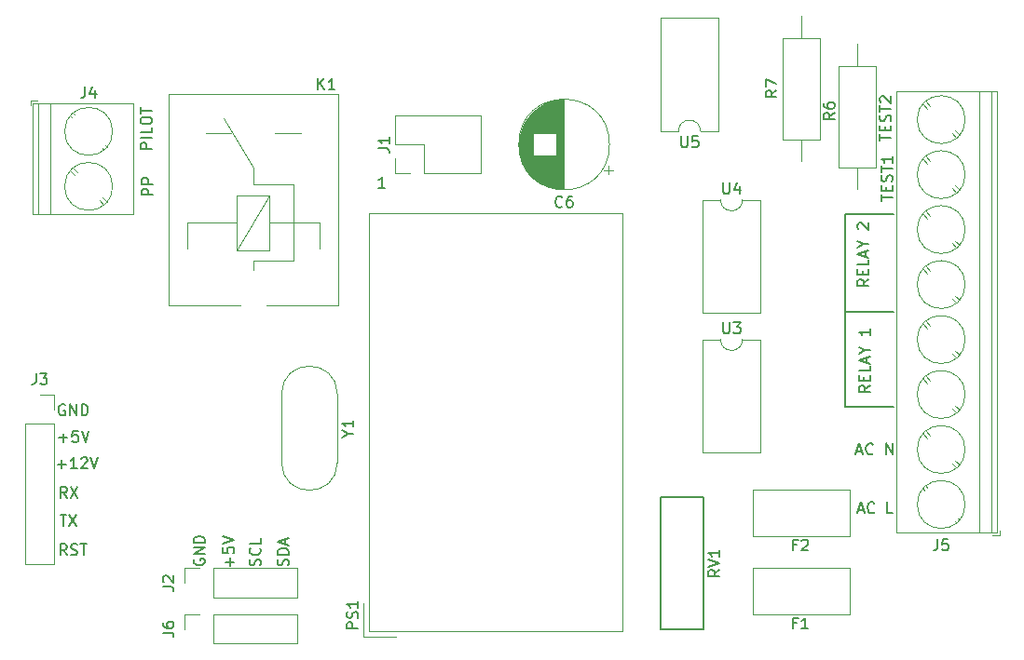
<source format=gbr>
%TF.GenerationSoftware,KiCad,Pcbnew,7.0.1+dfsg-1*%
%TF.CreationDate,2024-08-17T23:40:15+03:00*%
%TF.ProjectId,OpenEVSE_mod,4f70656e-4556-4534-955f-6d6f642e6b69,rev?*%
%TF.SameCoordinates,PX9d5b340PY54e0840*%
%TF.FileFunction,Legend,Top*%
%TF.FilePolarity,Positive*%
%FSLAX46Y46*%
G04 Gerber Fmt 4.6, Leading zero omitted, Abs format (unit mm)*
G04 Created by KiCad (PCBNEW 7.0.1+dfsg-1) date 2024-08-17 23:40:15*
%MOMM*%
%LPD*%
G01*
G04 APERTURE LIST*
%ADD10C,0.150000*%
%ADD11C,0.120000*%
G04 APERTURE END LIST*
D10*
X78352619Y46169239D02*
X78352619Y46740667D01*
X79352619Y46454953D02*
X78352619Y46454953D01*
X78828809Y47074001D02*
X78828809Y47407334D01*
X79352619Y47550191D02*
X79352619Y47074001D01*
X79352619Y47074001D02*
X78352619Y47074001D01*
X78352619Y47074001D02*
X78352619Y47550191D01*
X79305000Y47931144D02*
X79352619Y48074001D01*
X79352619Y48074001D02*
X79352619Y48312096D01*
X79352619Y48312096D02*
X79305000Y48407334D01*
X79305000Y48407334D02*
X79257380Y48454953D01*
X79257380Y48454953D02*
X79162142Y48502572D01*
X79162142Y48502572D02*
X79066904Y48502572D01*
X79066904Y48502572D02*
X78971666Y48454953D01*
X78971666Y48454953D02*
X78924047Y48407334D01*
X78924047Y48407334D02*
X78876428Y48312096D01*
X78876428Y48312096D02*
X78828809Y48121620D01*
X78828809Y48121620D02*
X78781190Y48026382D01*
X78781190Y48026382D02*
X78733571Y47978763D01*
X78733571Y47978763D02*
X78638333Y47931144D01*
X78638333Y47931144D02*
X78543095Y47931144D01*
X78543095Y47931144D02*
X78447857Y47978763D01*
X78447857Y47978763D02*
X78400238Y48026382D01*
X78400238Y48026382D02*
X78352619Y48121620D01*
X78352619Y48121620D02*
X78352619Y48359715D01*
X78352619Y48359715D02*
X78400238Y48502572D01*
X78352619Y48788287D02*
X78352619Y49359715D01*
X79352619Y49074001D02*
X78352619Y49074001D01*
X78447857Y49645430D02*
X78400238Y49693049D01*
X78400238Y49693049D02*
X78352619Y49788287D01*
X78352619Y49788287D02*
X78352619Y50026382D01*
X78352619Y50026382D02*
X78400238Y50121620D01*
X78400238Y50121620D02*
X78447857Y50169239D01*
X78447857Y50169239D02*
X78543095Y50216858D01*
X78543095Y50216858D02*
X78638333Y50216858D01*
X78638333Y50216858D02*
X78781190Y50169239D01*
X78781190Y50169239D02*
X79352619Y49597811D01*
X79352619Y49597811D02*
X79352619Y50216858D01*
X78479619Y40708239D02*
X78479619Y41279667D01*
X79479619Y40993953D02*
X78479619Y40993953D01*
X78955809Y41613001D02*
X78955809Y41946334D01*
X79479619Y42089191D02*
X79479619Y41613001D01*
X79479619Y41613001D02*
X78479619Y41613001D01*
X78479619Y41613001D02*
X78479619Y42089191D01*
X79432000Y42470144D02*
X79479619Y42613001D01*
X79479619Y42613001D02*
X79479619Y42851096D01*
X79479619Y42851096D02*
X79432000Y42946334D01*
X79432000Y42946334D02*
X79384380Y42993953D01*
X79384380Y42993953D02*
X79289142Y43041572D01*
X79289142Y43041572D02*
X79193904Y43041572D01*
X79193904Y43041572D02*
X79098666Y42993953D01*
X79098666Y42993953D02*
X79051047Y42946334D01*
X79051047Y42946334D02*
X79003428Y42851096D01*
X79003428Y42851096D02*
X78955809Y42660620D01*
X78955809Y42660620D02*
X78908190Y42565382D01*
X78908190Y42565382D02*
X78860571Y42517763D01*
X78860571Y42517763D02*
X78765333Y42470144D01*
X78765333Y42470144D02*
X78670095Y42470144D01*
X78670095Y42470144D02*
X78574857Y42517763D01*
X78574857Y42517763D02*
X78527238Y42565382D01*
X78527238Y42565382D02*
X78479619Y42660620D01*
X78479619Y42660620D02*
X78479619Y42898715D01*
X78479619Y42898715D02*
X78527238Y43041572D01*
X78479619Y43327287D02*
X78479619Y43898715D01*
X79479619Y43613001D02*
X78479619Y43613001D01*
X79479619Y44755858D02*
X79479619Y44184430D01*
X79479619Y44470144D02*
X78479619Y44470144D01*
X78479619Y44470144D02*
X78622476Y44374906D01*
X78622476Y44374906D02*
X78717714Y44279668D01*
X78717714Y44279668D02*
X78765333Y44184430D01*
X75157000Y39470000D02*
X79602000Y39470000D01*
X75157000Y30580000D02*
X75157000Y39470000D01*
X75157000Y30580000D02*
X79602000Y30580000D01*
X75157000Y21944000D02*
X75157000Y30580000D01*
X79602000Y21944000D02*
X75157000Y21944000D01*
X77320619Y33548524D02*
X76844428Y33215191D01*
X77320619Y32977096D02*
X76320619Y32977096D01*
X76320619Y32977096D02*
X76320619Y33358048D01*
X76320619Y33358048D02*
X76368238Y33453286D01*
X76368238Y33453286D02*
X76415857Y33500905D01*
X76415857Y33500905D02*
X76511095Y33548524D01*
X76511095Y33548524D02*
X76653952Y33548524D01*
X76653952Y33548524D02*
X76749190Y33500905D01*
X76749190Y33500905D02*
X76796809Y33453286D01*
X76796809Y33453286D02*
X76844428Y33358048D01*
X76844428Y33358048D02*
X76844428Y32977096D01*
X76796809Y33977096D02*
X76796809Y34310429D01*
X77320619Y34453286D02*
X77320619Y33977096D01*
X77320619Y33977096D02*
X76320619Y33977096D01*
X76320619Y33977096D02*
X76320619Y34453286D01*
X77320619Y35358048D02*
X77320619Y34881858D01*
X77320619Y34881858D02*
X76320619Y34881858D01*
X77034904Y35643763D02*
X77034904Y36119953D01*
X77320619Y35548525D02*
X76320619Y35881858D01*
X76320619Y35881858D02*
X77320619Y36215191D01*
X76844428Y36739001D02*
X77320619Y36739001D01*
X76320619Y36405668D02*
X76844428Y36739001D01*
X76844428Y36739001D02*
X76320619Y37072334D01*
X76415857Y38119954D02*
X76368238Y38167573D01*
X76368238Y38167573D02*
X76320619Y38262811D01*
X76320619Y38262811D02*
X76320619Y38500906D01*
X76320619Y38500906D02*
X76368238Y38596144D01*
X76368238Y38596144D02*
X76415857Y38643763D01*
X76415857Y38643763D02*
X76511095Y38691382D01*
X76511095Y38691382D02*
X76606333Y38691382D01*
X76606333Y38691382D02*
X76749190Y38643763D01*
X76749190Y38643763D02*
X77320619Y38072335D01*
X77320619Y38072335D02*
X77320619Y38691382D01*
X77447619Y23896524D02*
X76971428Y23563191D01*
X77447619Y23325096D02*
X76447619Y23325096D01*
X76447619Y23325096D02*
X76447619Y23706048D01*
X76447619Y23706048D02*
X76495238Y23801286D01*
X76495238Y23801286D02*
X76542857Y23848905D01*
X76542857Y23848905D02*
X76638095Y23896524D01*
X76638095Y23896524D02*
X76780952Y23896524D01*
X76780952Y23896524D02*
X76876190Y23848905D01*
X76876190Y23848905D02*
X76923809Y23801286D01*
X76923809Y23801286D02*
X76971428Y23706048D01*
X76971428Y23706048D02*
X76971428Y23325096D01*
X76923809Y24325096D02*
X76923809Y24658429D01*
X77447619Y24801286D02*
X77447619Y24325096D01*
X77447619Y24325096D02*
X76447619Y24325096D01*
X76447619Y24325096D02*
X76447619Y24801286D01*
X77447619Y25706048D02*
X77447619Y25229858D01*
X77447619Y25229858D02*
X76447619Y25229858D01*
X77161904Y25991763D02*
X77161904Y26467953D01*
X77447619Y25896525D02*
X76447619Y26229858D01*
X76447619Y26229858D02*
X77447619Y26563191D01*
X76971428Y27087001D02*
X77447619Y27087001D01*
X76447619Y26753668D02*
X76971428Y27087001D01*
X76971428Y27087001D02*
X76447619Y27420334D01*
X77447619Y29039382D02*
X77447619Y28467954D01*
X77447619Y28753668D02*
X76447619Y28753668D01*
X76447619Y28753668D02*
X76590476Y28658430D01*
X76590476Y28658430D02*
X76685714Y28563192D01*
X76685714Y28563192D02*
X76733333Y28467954D01*
X76236476Y17907096D02*
X76712666Y17907096D01*
X76141238Y17621381D02*
X76474571Y18621381D01*
X76474571Y18621381D02*
X76807904Y17621381D01*
X77712666Y17716620D02*
X77665047Y17669000D01*
X77665047Y17669000D02*
X77522190Y17621381D01*
X77522190Y17621381D02*
X77426952Y17621381D01*
X77426952Y17621381D02*
X77284095Y17669000D01*
X77284095Y17669000D02*
X77188857Y17764239D01*
X77188857Y17764239D02*
X77141238Y17859477D01*
X77141238Y17859477D02*
X77093619Y18049953D01*
X77093619Y18049953D02*
X77093619Y18192810D01*
X77093619Y18192810D02*
X77141238Y18383286D01*
X77141238Y18383286D02*
X77188857Y18478524D01*
X77188857Y18478524D02*
X77284095Y18573762D01*
X77284095Y18573762D02*
X77426952Y18621381D01*
X77426952Y18621381D02*
X77522190Y18621381D01*
X77522190Y18621381D02*
X77665047Y18573762D01*
X77665047Y18573762D02*
X77712666Y18526143D01*
X78903143Y17621381D02*
X78903143Y18621381D01*
X78903143Y18621381D02*
X79474571Y17621381D01*
X79474571Y17621381D02*
X79474571Y18621381D01*
X76363476Y12573096D02*
X76839666Y12573096D01*
X76268238Y12287381D02*
X76601571Y13287381D01*
X76601571Y13287381D02*
X76934904Y12287381D01*
X77839666Y12382620D02*
X77792047Y12335000D01*
X77792047Y12335000D02*
X77649190Y12287381D01*
X77649190Y12287381D02*
X77553952Y12287381D01*
X77553952Y12287381D02*
X77411095Y12335000D01*
X77411095Y12335000D02*
X77315857Y12430239D01*
X77315857Y12430239D02*
X77268238Y12525477D01*
X77268238Y12525477D02*
X77220619Y12715953D01*
X77220619Y12715953D02*
X77220619Y12858810D01*
X77220619Y12858810D02*
X77268238Y13049286D01*
X77268238Y13049286D02*
X77315857Y13144524D01*
X77315857Y13144524D02*
X77411095Y13239762D01*
X77411095Y13239762D02*
X77553952Y13287381D01*
X77553952Y13287381D02*
X77649190Y13287381D01*
X77649190Y13287381D02*
X77792047Y13239762D01*
X77792047Y13239762D02*
X77839666Y13192143D01*
X79506333Y12287381D02*
X79030143Y12287381D01*
X79030143Y12287381D02*
X79030143Y13287381D01*
X33373904Y41878381D02*
X32802476Y41878381D01*
X33088190Y41878381D02*
X33088190Y42878381D01*
X33088190Y42878381D02*
X32992952Y42735524D01*
X32992952Y42735524D02*
X32897714Y42640286D01*
X32897714Y42640286D02*
X32802476Y42592667D01*
X12296619Y41232096D02*
X11296619Y41232096D01*
X11296619Y41232096D02*
X11296619Y41613048D01*
X11296619Y41613048D02*
X11344238Y41708286D01*
X11344238Y41708286D02*
X11391857Y41755905D01*
X11391857Y41755905D02*
X11487095Y41803524D01*
X11487095Y41803524D02*
X11629952Y41803524D01*
X11629952Y41803524D02*
X11725190Y41755905D01*
X11725190Y41755905D02*
X11772809Y41708286D01*
X11772809Y41708286D02*
X11820428Y41613048D01*
X11820428Y41613048D02*
X11820428Y41232096D01*
X12296619Y42232096D02*
X11296619Y42232096D01*
X11296619Y42232096D02*
X11296619Y42613048D01*
X11296619Y42613048D02*
X11344238Y42708286D01*
X11344238Y42708286D02*
X11391857Y42755905D01*
X11391857Y42755905D02*
X11487095Y42803524D01*
X11487095Y42803524D02*
X11629952Y42803524D01*
X11629952Y42803524D02*
X11725190Y42755905D01*
X11725190Y42755905D02*
X11772809Y42708286D01*
X11772809Y42708286D02*
X11820428Y42613048D01*
X11820428Y42613048D02*
X11820428Y42232096D01*
X24568000Y7529477D02*
X24615619Y7672334D01*
X24615619Y7672334D02*
X24615619Y7910429D01*
X24615619Y7910429D02*
X24568000Y8005667D01*
X24568000Y8005667D02*
X24520380Y8053286D01*
X24520380Y8053286D02*
X24425142Y8100905D01*
X24425142Y8100905D02*
X24329904Y8100905D01*
X24329904Y8100905D02*
X24234666Y8053286D01*
X24234666Y8053286D02*
X24187047Y8005667D01*
X24187047Y8005667D02*
X24139428Y7910429D01*
X24139428Y7910429D02*
X24091809Y7719953D01*
X24091809Y7719953D02*
X24044190Y7624715D01*
X24044190Y7624715D02*
X23996571Y7577096D01*
X23996571Y7577096D02*
X23901333Y7529477D01*
X23901333Y7529477D02*
X23806095Y7529477D01*
X23806095Y7529477D02*
X23710857Y7577096D01*
X23710857Y7577096D02*
X23663238Y7624715D01*
X23663238Y7624715D02*
X23615619Y7719953D01*
X23615619Y7719953D02*
X23615619Y7958048D01*
X23615619Y7958048D02*
X23663238Y8100905D01*
X24615619Y8529477D02*
X23615619Y8529477D01*
X23615619Y8529477D02*
X23615619Y8767572D01*
X23615619Y8767572D02*
X23663238Y8910429D01*
X23663238Y8910429D02*
X23758476Y9005667D01*
X23758476Y9005667D02*
X23853714Y9053286D01*
X23853714Y9053286D02*
X24044190Y9100905D01*
X24044190Y9100905D02*
X24187047Y9100905D01*
X24187047Y9100905D02*
X24377523Y9053286D01*
X24377523Y9053286D02*
X24472761Y9005667D01*
X24472761Y9005667D02*
X24568000Y8910429D01*
X24568000Y8910429D02*
X24615619Y8767572D01*
X24615619Y8767572D02*
X24615619Y8529477D01*
X24329904Y9481858D02*
X24329904Y9958048D01*
X24615619Y9386620D02*
X23615619Y9719953D01*
X23615619Y9719953D02*
X24615619Y10053286D01*
X22028000Y7529477D02*
X22075619Y7672334D01*
X22075619Y7672334D02*
X22075619Y7910429D01*
X22075619Y7910429D02*
X22028000Y8005667D01*
X22028000Y8005667D02*
X21980380Y8053286D01*
X21980380Y8053286D02*
X21885142Y8100905D01*
X21885142Y8100905D02*
X21789904Y8100905D01*
X21789904Y8100905D02*
X21694666Y8053286D01*
X21694666Y8053286D02*
X21647047Y8005667D01*
X21647047Y8005667D02*
X21599428Y7910429D01*
X21599428Y7910429D02*
X21551809Y7719953D01*
X21551809Y7719953D02*
X21504190Y7624715D01*
X21504190Y7624715D02*
X21456571Y7577096D01*
X21456571Y7577096D02*
X21361333Y7529477D01*
X21361333Y7529477D02*
X21266095Y7529477D01*
X21266095Y7529477D02*
X21170857Y7577096D01*
X21170857Y7577096D02*
X21123238Y7624715D01*
X21123238Y7624715D02*
X21075619Y7719953D01*
X21075619Y7719953D02*
X21075619Y7958048D01*
X21075619Y7958048D02*
X21123238Y8100905D01*
X21980380Y9100905D02*
X22028000Y9053286D01*
X22028000Y9053286D02*
X22075619Y8910429D01*
X22075619Y8910429D02*
X22075619Y8815191D01*
X22075619Y8815191D02*
X22028000Y8672334D01*
X22028000Y8672334D02*
X21932761Y8577096D01*
X21932761Y8577096D02*
X21837523Y8529477D01*
X21837523Y8529477D02*
X21647047Y8481858D01*
X21647047Y8481858D02*
X21504190Y8481858D01*
X21504190Y8481858D02*
X21313714Y8529477D01*
X21313714Y8529477D02*
X21218476Y8577096D01*
X21218476Y8577096D02*
X21123238Y8672334D01*
X21123238Y8672334D02*
X21075619Y8815191D01*
X21075619Y8815191D02*
X21075619Y8910429D01*
X21075619Y8910429D02*
X21123238Y9053286D01*
X21123238Y9053286D02*
X21170857Y9100905D01*
X22075619Y10005667D02*
X22075619Y9529477D01*
X22075619Y9529477D02*
X21075619Y9529477D01*
X19281666Y7450096D02*
X19281666Y8212000D01*
X19662619Y7831048D02*
X18900714Y7831048D01*
X18662619Y9164381D02*
X18662619Y8688191D01*
X18662619Y8688191D02*
X19138809Y8640572D01*
X19138809Y8640572D02*
X19091190Y8688191D01*
X19091190Y8688191D02*
X19043571Y8783429D01*
X19043571Y8783429D02*
X19043571Y9021524D01*
X19043571Y9021524D02*
X19091190Y9116762D01*
X19091190Y9116762D02*
X19138809Y9164381D01*
X19138809Y9164381D02*
X19234047Y9212000D01*
X19234047Y9212000D02*
X19472142Y9212000D01*
X19472142Y9212000D02*
X19567380Y9164381D01*
X19567380Y9164381D02*
X19615000Y9116762D01*
X19615000Y9116762D02*
X19662619Y9021524D01*
X19662619Y9021524D02*
X19662619Y8783429D01*
X19662619Y8783429D02*
X19615000Y8688191D01*
X19615000Y8688191D02*
X19567380Y8640572D01*
X18662619Y9497715D02*
X19662619Y9831048D01*
X19662619Y9831048D02*
X18662619Y10164381D01*
X16043238Y8100905D02*
X15995619Y8005667D01*
X15995619Y8005667D02*
X15995619Y7862810D01*
X15995619Y7862810D02*
X16043238Y7719953D01*
X16043238Y7719953D02*
X16138476Y7624715D01*
X16138476Y7624715D02*
X16233714Y7577096D01*
X16233714Y7577096D02*
X16424190Y7529477D01*
X16424190Y7529477D02*
X16567047Y7529477D01*
X16567047Y7529477D02*
X16757523Y7577096D01*
X16757523Y7577096D02*
X16852761Y7624715D01*
X16852761Y7624715D02*
X16948000Y7719953D01*
X16948000Y7719953D02*
X16995619Y7862810D01*
X16995619Y7862810D02*
X16995619Y7958048D01*
X16995619Y7958048D02*
X16948000Y8100905D01*
X16948000Y8100905D02*
X16900380Y8148524D01*
X16900380Y8148524D02*
X16567047Y8148524D01*
X16567047Y8148524D02*
X16567047Y7958048D01*
X16995619Y8577096D02*
X15995619Y8577096D01*
X15995619Y8577096D02*
X16995619Y9148524D01*
X16995619Y9148524D02*
X15995619Y9148524D01*
X16995619Y9624715D02*
X15995619Y9624715D01*
X15995619Y9624715D02*
X15995619Y9862810D01*
X15995619Y9862810D02*
X16043238Y10005667D01*
X16043238Y10005667D02*
X16138476Y10100905D01*
X16138476Y10100905D02*
X16233714Y10148524D01*
X16233714Y10148524D02*
X16424190Y10196143D01*
X16424190Y10196143D02*
X16567047Y10196143D01*
X16567047Y10196143D02*
X16757523Y10148524D01*
X16757523Y10148524D02*
X16852761Y10100905D01*
X16852761Y10100905D02*
X16948000Y10005667D01*
X16948000Y10005667D02*
X16995619Y9862810D01*
X16995619Y9862810D02*
X16995619Y9624715D01*
X12169619Y45423096D02*
X11169619Y45423096D01*
X11169619Y45423096D02*
X11169619Y45804048D01*
X11169619Y45804048D02*
X11217238Y45899286D01*
X11217238Y45899286D02*
X11264857Y45946905D01*
X11264857Y45946905D02*
X11360095Y45994524D01*
X11360095Y45994524D02*
X11502952Y45994524D01*
X11502952Y45994524D02*
X11598190Y45946905D01*
X11598190Y45946905D02*
X11645809Y45899286D01*
X11645809Y45899286D02*
X11693428Y45804048D01*
X11693428Y45804048D02*
X11693428Y45423096D01*
X12169619Y46423096D02*
X11169619Y46423096D01*
X12169619Y47375476D02*
X12169619Y46899286D01*
X12169619Y46899286D02*
X11169619Y46899286D01*
X11169619Y47899286D02*
X11169619Y48089762D01*
X11169619Y48089762D02*
X11217238Y48185000D01*
X11217238Y48185000D02*
X11312476Y48280238D01*
X11312476Y48280238D02*
X11502952Y48327857D01*
X11502952Y48327857D02*
X11836285Y48327857D01*
X11836285Y48327857D02*
X12026761Y48280238D01*
X12026761Y48280238D02*
X12122000Y48185000D01*
X12122000Y48185000D02*
X12169619Y48089762D01*
X12169619Y48089762D02*
X12169619Y47899286D01*
X12169619Y47899286D02*
X12122000Y47804048D01*
X12122000Y47804048D02*
X12026761Y47708810D01*
X12026761Y47708810D02*
X11836285Y47661191D01*
X11836285Y47661191D02*
X11502952Y47661191D01*
X11502952Y47661191D02*
X11312476Y47708810D01*
X11312476Y47708810D02*
X11217238Y47804048D01*
X11217238Y47804048D02*
X11169619Y47899286D01*
X11169619Y48613572D02*
X11169619Y49185000D01*
X12169619Y48899286D02*
X11169619Y48899286D01*
X4465523Y8477381D02*
X4132190Y8953572D01*
X3894095Y8477381D02*
X3894095Y9477381D01*
X3894095Y9477381D02*
X4275047Y9477381D01*
X4275047Y9477381D02*
X4370285Y9429762D01*
X4370285Y9429762D02*
X4417904Y9382143D01*
X4417904Y9382143D02*
X4465523Y9286905D01*
X4465523Y9286905D02*
X4465523Y9144048D01*
X4465523Y9144048D02*
X4417904Y9048810D01*
X4417904Y9048810D02*
X4370285Y9001191D01*
X4370285Y9001191D02*
X4275047Y8953572D01*
X4275047Y8953572D02*
X3894095Y8953572D01*
X4846476Y8525000D02*
X4989333Y8477381D01*
X4989333Y8477381D02*
X5227428Y8477381D01*
X5227428Y8477381D02*
X5322666Y8525000D01*
X5322666Y8525000D02*
X5370285Y8572620D01*
X5370285Y8572620D02*
X5417904Y8667858D01*
X5417904Y8667858D02*
X5417904Y8763096D01*
X5417904Y8763096D02*
X5370285Y8858334D01*
X5370285Y8858334D02*
X5322666Y8905953D01*
X5322666Y8905953D02*
X5227428Y8953572D01*
X5227428Y8953572D02*
X5036952Y9001191D01*
X5036952Y9001191D02*
X4941714Y9048810D01*
X4941714Y9048810D02*
X4894095Y9096429D01*
X4894095Y9096429D02*
X4846476Y9191667D01*
X4846476Y9191667D02*
X4846476Y9286905D01*
X4846476Y9286905D02*
X4894095Y9382143D01*
X4894095Y9382143D02*
X4941714Y9429762D01*
X4941714Y9429762D02*
X5036952Y9477381D01*
X5036952Y9477381D02*
X5275047Y9477381D01*
X5275047Y9477381D02*
X5417904Y9429762D01*
X5703619Y9477381D02*
X6275047Y9477381D01*
X5989333Y8477381D02*
X5989333Y9477381D01*
X3878238Y12144381D02*
X4449666Y12144381D01*
X4163952Y11144381D02*
X4163952Y12144381D01*
X4687762Y12144381D02*
X5354428Y11144381D01*
X5354428Y12144381D02*
X4687762Y11144381D01*
X4465523Y13684381D02*
X4132190Y14160572D01*
X3894095Y13684381D02*
X3894095Y14684381D01*
X3894095Y14684381D02*
X4275047Y14684381D01*
X4275047Y14684381D02*
X4370285Y14636762D01*
X4370285Y14636762D02*
X4417904Y14589143D01*
X4417904Y14589143D02*
X4465523Y14493905D01*
X4465523Y14493905D02*
X4465523Y14351048D01*
X4465523Y14351048D02*
X4417904Y14255810D01*
X4417904Y14255810D02*
X4370285Y14208191D01*
X4370285Y14208191D02*
X4275047Y14160572D01*
X4275047Y14160572D02*
X3894095Y14160572D01*
X4798857Y14684381D02*
X5465523Y13684381D01*
X5465523Y14684381D02*
X4798857Y13684381D01*
X3640095Y16732334D02*
X4402000Y16732334D01*
X4021047Y16351381D02*
X4021047Y17113286D01*
X5401999Y16351381D02*
X4830571Y16351381D01*
X5116285Y16351381D02*
X5116285Y17351381D01*
X5116285Y17351381D02*
X5021047Y17208524D01*
X5021047Y17208524D02*
X4925809Y17113286D01*
X4925809Y17113286D02*
X4830571Y17065667D01*
X5782952Y17256143D02*
X5830571Y17303762D01*
X5830571Y17303762D02*
X5925809Y17351381D01*
X5925809Y17351381D02*
X6163904Y17351381D01*
X6163904Y17351381D02*
X6259142Y17303762D01*
X6259142Y17303762D02*
X6306761Y17256143D01*
X6306761Y17256143D02*
X6354380Y17160905D01*
X6354380Y17160905D02*
X6354380Y17065667D01*
X6354380Y17065667D02*
X6306761Y16922810D01*
X6306761Y16922810D02*
X5735333Y16351381D01*
X5735333Y16351381D02*
X6354380Y16351381D01*
X6640095Y17351381D02*
X6973428Y16351381D01*
X6973428Y16351381D02*
X7306761Y17351381D01*
X3767095Y19145334D02*
X4529000Y19145334D01*
X4148047Y18764381D02*
X4148047Y19526286D01*
X5481380Y19764381D02*
X5005190Y19764381D01*
X5005190Y19764381D02*
X4957571Y19288191D01*
X4957571Y19288191D02*
X5005190Y19335810D01*
X5005190Y19335810D02*
X5100428Y19383429D01*
X5100428Y19383429D02*
X5338523Y19383429D01*
X5338523Y19383429D02*
X5433761Y19335810D01*
X5433761Y19335810D02*
X5481380Y19288191D01*
X5481380Y19288191D02*
X5528999Y19192953D01*
X5528999Y19192953D02*
X5528999Y18954858D01*
X5528999Y18954858D02*
X5481380Y18859620D01*
X5481380Y18859620D02*
X5433761Y18812000D01*
X5433761Y18812000D02*
X5338523Y18764381D01*
X5338523Y18764381D02*
X5100428Y18764381D01*
X5100428Y18764381D02*
X5005190Y18812000D01*
X5005190Y18812000D02*
X4957571Y18859620D01*
X5814714Y19764381D02*
X6148047Y18764381D01*
X6148047Y18764381D02*
X6481380Y19764381D01*
X4290904Y22129762D02*
X4195666Y22177381D01*
X4195666Y22177381D02*
X4052809Y22177381D01*
X4052809Y22177381D02*
X3909952Y22129762D01*
X3909952Y22129762D02*
X3814714Y22034524D01*
X3814714Y22034524D02*
X3767095Y21939286D01*
X3767095Y21939286D02*
X3719476Y21748810D01*
X3719476Y21748810D02*
X3719476Y21605953D01*
X3719476Y21605953D02*
X3767095Y21415477D01*
X3767095Y21415477D02*
X3814714Y21320239D01*
X3814714Y21320239D02*
X3909952Y21225000D01*
X3909952Y21225000D02*
X4052809Y21177381D01*
X4052809Y21177381D02*
X4148047Y21177381D01*
X4148047Y21177381D02*
X4290904Y21225000D01*
X4290904Y21225000D02*
X4338523Y21272620D01*
X4338523Y21272620D02*
X4338523Y21605953D01*
X4338523Y21605953D02*
X4148047Y21605953D01*
X4767095Y21177381D02*
X4767095Y22177381D01*
X4767095Y22177381D02*
X5338523Y21177381D01*
X5338523Y21177381D02*
X5338523Y22177381D01*
X5814714Y21177381D02*
X5814714Y22177381D01*
X5814714Y22177381D02*
X6052809Y22177381D01*
X6052809Y22177381D02*
X6195666Y22129762D01*
X6195666Y22129762D02*
X6290904Y22034524D01*
X6290904Y22034524D02*
X6338523Y21939286D01*
X6338523Y21939286D02*
X6386142Y21748810D01*
X6386142Y21748810D02*
X6386142Y21605953D01*
X6386142Y21605953D02*
X6338523Y21415477D01*
X6338523Y21415477D02*
X6290904Y21320239D01*
X6290904Y21320239D02*
X6195666Y21225000D01*
X6195666Y21225000D02*
X6052809Y21177381D01*
X6052809Y21177381D02*
X5814714Y21177381D01*
%TO.C,J6*%
X13175619Y1417667D02*
X13889904Y1417667D01*
X13889904Y1417667D02*
X14032761Y1370048D01*
X14032761Y1370048D02*
X14128000Y1274810D01*
X14128000Y1274810D02*
X14175619Y1131953D01*
X14175619Y1131953D02*
X14175619Y1036715D01*
X13175619Y2322429D02*
X13175619Y2131953D01*
X13175619Y2131953D02*
X13223238Y2036715D01*
X13223238Y2036715D02*
X13270857Y1989096D01*
X13270857Y1989096D02*
X13413714Y1893858D01*
X13413714Y1893858D02*
X13604190Y1846239D01*
X13604190Y1846239D02*
X13985142Y1846239D01*
X13985142Y1846239D02*
X14080380Y1893858D01*
X14080380Y1893858D02*
X14128000Y1941477D01*
X14128000Y1941477D02*
X14175619Y2036715D01*
X14175619Y2036715D02*
X14175619Y2227191D01*
X14175619Y2227191D02*
X14128000Y2322429D01*
X14128000Y2322429D02*
X14080380Y2370048D01*
X14080380Y2370048D02*
X13985142Y2417667D01*
X13985142Y2417667D02*
X13747047Y2417667D01*
X13747047Y2417667D02*
X13651809Y2370048D01*
X13651809Y2370048D02*
X13604190Y2322429D01*
X13604190Y2322429D02*
X13556571Y2227191D01*
X13556571Y2227191D02*
X13556571Y2036715D01*
X13556571Y2036715D02*
X13604190Y1941477D01*
X13604190Y1941477D02*
X13651809Y1893858D01*
X13651809Y1893858D02*
X13747047Y1846239D01*
%TO.C,Y1*%
X30027428Y19535810D02*
X30503619Y19535810D01*
X29503619Y19202477D02*
X30027428Y19535810D01*
X30027428Y19535810D02*
X29503619Y19869143D01*
X30503619Y20726286D02*
X30503619Y20154858D01*
X30503619Y20440572D02*
X29503619Y20440572D01*
X29503619Y20440572D02*
X29646476Y20345334D01*
X29646476Y20345334D02*
X29741714Y20250096D01*
X29741714Y20250096D02*
X29789333Y20154858D01*
%TO.C,J4*%
X6116666Y51056381D02*
X6116666Y50342096D01*
X6116666Y50342096D02*
X6069047Y50199239D01*
X6069047Y50199239D02*
X5973809Y50104000D01*
X5973809Y50104000D02*
X5830952Y50056381D01*
X5830952Y50056381D02*
X5735714Y50056381D01*
X7021428Y50723048D02*
X7021428Y50056381D01*
X6783333Y51104000D02*
X6545238Y50389715D01*
X6545238Y50389715D02*
X7164285Y50389715D01*
%TO.C,U5*%
X60288095Y46567381D02*
X60288095Y45757858D01*
X60288095Y45757858D02*
X60335714Y45662620D01*
X60335714Y45662620D02*
X60383333Y45615000D01*
X60383333Y45615000D02*
X60478571Y45567381D01*
X60478571Y45567381D02*
X60669047Y45567381D01*
X60669047Y45567381D02*
X60764285Y45615000D01*
X60764285Y45615000D02*
X60811904Y45662620D01*
X60811904Y45662620D02*
X60859523Y45757858D01*
X60859523Y45757858D02*
X60859523Y46567381D01*
X61811904Y46567381D02*
X61335714Y46567381D01*
X61335714Y46567381D02*
X61288095Y46091191D01*
X61288095Y46091191D02*
X61335714Y46138810D01*
X61335714Y46138810D02*
X61430952Y46186429D01*
X61430952Y46186429D02*
X61669047Y46186429D01*
X61669047Y46186429D02*
X61764285Y46138810D01*
X61764285Y46138810D02*
X61811904Y46091191D01*
X61811904Y46091191D02*
X61859523Y45995953D01*
X61859523Y45995953D02*
X61859523Y45757858D01*
X61859523Y45757858D02*
X61811904Y45662620D01*
X61811904Y45662620D02*
X61764285Y45615000D01*
X61764285Y45615000D02*
X61669047Y45567381D01*
X61669047Y45567381D02*
X61430952Y45567381D01*
X61430952Y45567381D02*
X61335714Y45615000D01*
X61335714Y45615000D02*
X61288095Y45662620D01*
%TO.C,U4*%
X64108095Y42327381D02*
X64108095Y41517858D01*
X64108095Y41517858D02*
X64155714Y41422620D01*
X64155714Y41422620D02*
X64203333Y41375000D01*
X64203333Y41375000D02*
X64298571Y41327381D01*
X64298571Y41327381D02*
X64489047Y41327381D01*
X64489047Y41327381D02*
X64584285Y41375000D01*
X64584285Y41375000D02*
X64631904Y41422620D01*
X64631904Y41422620D02*
X64679523Y41517858D01*
X64679523Y41517858D02*
X64679523Y42327381D01*
X65584285Y41994048D02*
X65584285Y41327381D01*
X65346190Y42375000D02*
X65108095Y41660715D01*
X65108095Y41660715D02*
X65727142Y41660715D01*
%TO.C,U3*%
X64108095Y29627381D02*
X64108095Y28817858D01*
X64108095Y28817858D02*
X64155714Y28722620D01*
X64155714Y28722620D02*
X64203333Y28675000D01*
X64203333Y28675000D02*
X64298571Y28627381D01*
X64298571Y28627381D02*
X64489047Y28627381D01*
X64489047Y28627381D02*
X64584285Y28675000D01*
X64584285Y28675000D02*
X64631904Y28722620D01*
X64631904Y28722620D02*
X64679523Y28817858D01*
X64679523Y28817858D02*
X64679523Y29627381D01*
X65060476Y29627381D02*
X65679523Y29627381D01*
X65679523Y29627381D02*
X65346190Y29246429D01*
X65346190Y29246429D02*
X65489047Y29246429D01*
X65489047Y29246429D02*
X65584285Y29198810D01*
X65584285Y29198810D02*
X65631904Y29151191D01*
X65631904Y29151191D02*
X65679523Y29055953D01*
X65679523Y29055953D02*
X65679523Y28817858D01*
X65679523Y28817858D02*
X65631904Y28722620D01*
X65631904Y28722620D02*
X65584285Y28675000D01*
X65584285Y28675000D02*
X65489047Y28627381D01*
X65489047Y28627381D02*
X65203333Y28627381D01*
X65203333Y28627381D02*
X65108095Y28675000D01*
X65108095Y28675000D02*
X65060476Y28722620D01*
%TO.C,RV1*%
X63772619Y7124762D02*
X63296428Y6791429D01*
X63772619Y6553334D02*
X62772619Y6553334D01*
X62772619Y6553334D02*
X62772619Y6934286D01*
X62772619Y6934286D02*
X62820238Y7029524D01*
X62820238Y7029524D02*
X62867857Y7077143D01*
X62867857Y7077143D02*
X62963095Y7124762D01*
X62963095Y7124762D02*
X63105952Y7124762D01*
X63105952Y7124762D02*
X63201190Y7077143D01*
X63201190Y7077143D02*
X63248809Y7029524D01*
X63248809Y7029524D02*
X63296428Y6934286D01*
X63296428Y6934286D02*
X63296428Y6553334D01*
X62772619Y7410477D02*
X63772619Y7743810D01*
X63772619Y7743810D02*
X62772619Y8077143D01*
X63772619Y8934286D02*
X63772619Y8362858D01*
X63772619Y8648572D02*
X62772619Y8648572D01*
X62772619Y8648572D02*
X62915476Y8553334D01*
X62915476Y8553334D02*
X63010714Y8458096D01*
X63010714Y8458096D02*
X63058333Y8362858D01*
%TO.C,R7*%
X68962619Y50733334D02*
X68486428Y50400001D01*
X68962619Y50161906D02*
X67962619Y50161906D01*
X67962619Y50161906D02*
X67962619Y50542858D01*
X67962619Y50542858D02*
X68010238Y50638096D01*
X68010238Y50638096D02*
X68057857Y50685715D01*
X68057857Y50685715D02*
X68153095Y50733334D01*
X68153095Y50733334D02*
X68295952Y50733334D01*
X68295952Y50733334D02*
X68391190Y50685715D01*
X68391190Y50685715D02*
X68438809Y50638096D01*
X68438809Y50638096D02*
X68486428Y50542858D01*
X68486428Y50542858D02*
X68486428Y50161906D01*
X67962619Y51066668D02*
X67962619Y51733334D01*
X67962619Y51733334D02*
X68962619Y51304763D01*
%TO.C,R6*%
X74222619Y48701334D02*
X73746428Y48368001D01*
X74222619Y48129906D02*
X73222619Y48129906D01*
X73222619Y48129906D02*
X73222619Y48510858D01*
X73222619Y48510858D02*
X73270238Y48606096D01*
X73270238Y48606096D02*
X73317857Y48653715D01*
X73317857Y48653715D02*
X73413095Y48701334D01*
X73413095Y48701334D02*
X73555952Y48701334D01*
X73555952Y48701334D02*
X73651190Y48653715D01*
X73651190Y48653715D02*
X73698809Y48606096D01*
X73698809Y48606096D02*
X73746428Y48510858D01*
X73746428Y48510858D02*
X73746428Y48129906D01*
X73222619Y49558477D02*
X73222619Y49368001D01*
X73222619Y49368001D02*
X73270238Y49272763D01*
X73270238Y49272763D02*
X73317857Y49225144D01*
X73317857Y49225144D02*
X73460714Y49129906D01*
X73460714Y49129906D02*
X73651190Y49082287D01*
X73651190Y49082287D02*
X74032142Y49082287D01*
X74032142Y49082287D02*
X74127380Y49129906D01*
X74127380Y49129906D02*
X74175000Y49177525D01*
X74175000Y49177525D02*
X74222619Y49272763D01*
X74222619Y49272763D02*
X74222619Y49463239D01*
X74222619Y49463239D02*
X74175000Y49558477D01*
X74175000Y49558477D02*
X74127380Y49606096D01*
X74127380Y49606096D02*
X74032142Y49653715D01*
X74032142Y49653715D02*
X73794047Y49653715D01*
X73794047Y49653715D02*
X73698809Y49606096D01*
X73698809Y49606096D02*
X73651190Y49558477D01*
X73651190Y49558477D02*
X73603571Y49463239D01*
X73603571Y49463239D02*
X73603571Y49272763D01*
X73603571Y49272763D02*
X73651190Y49177525D01*
X73651190Y49177525D02*
X73698809Y49129906D01*
X73698809Y49129906D02*
X73794047Y49082287D01*
%TO.C,PS1*%
X30915619Y1806715D02*
X29915619Y1806715D01*
X29915619Y1806715D02*
X29915619Y2187667D01*
X29915619Y2187667D02*
X29963238Y2282905D01*
X29963238Y2282905D02*
X30010857Y2330524D01*
X30010857Y2330524D02*
X30106095Y2378143D01*
X30106095Y2378143D02*
X30248952Y2378143D01*
X30248952Y2378143D02*
X30344190Y2330524D01*
X30344190Y2330524D02*
X30391809Y2282905D01*
X30391809Y2282905D02*
X30439428Y2187667D01*
X30439428Y2187667D02*
X30439428Y1806715D01*
X30868000Y2759096D02*
X30915619Y2901953D01*
X30915619Y2901953D02*
X30915619Y3140048D01*
X30915619Y3140048D02*
X30868000Y3235286D01*
X30868000Y3235286D02*
X30820380Y3282905D01*
X30820380Y3282905D02*
X30725142Y3330524D01*
X30725142Y3330524D02*
X30629904Y3330524D01*
X30629904Y3330524D02*
X30534666Y3282905D01*
X30534666Y3282905D02*
X30487047Y3235286D01*
X30487047Y3235286D02*
X30439428Y3140048D01*
X30439428Y3140048D02*
X30391809Y2949572D01*
X30391809Y2949572D02*
X30344190Y2854334D01*
X30344190Y2854334D02*
X30296571Y2806715D01*
X30296571Y2806715D02*
X30201333Y2759096D01*
X30201333Y2759096D02*
X30106095Y2759096D01*
X30106095Y2759096D02*
X30010857Y2806715D01*
X30010857Y2806715D02*
X29963238Y2854334D01*
X29963238Y2854334D02*
X29915619Y2949572D01*
X29915619Y2949572D02*
X29915619Y3187667D01*
X29915619Y3187667D02*
X29963238Y3330524D01*
X30915619Y4282905D02*
X30915619Y3711477D01*
X30915619Y3997191D02*
X29915619Y3997191D01*
X29915619Y3997191D02*
X30058476Y3901953D01*
X30058476Y3901953D02*
X30153714Y3806715D01*
X30153714Y3806715D02*
X30201333Y3711477D01*
%TO.C,K1*%
X27301905Y50818381D02*
X27301905Y51818381D01*
X27873333Y50818381D02*
X27444762Y51389810D01*
X27873333Y51818381D02*
X27301905Y51246953D01*
X28825714Y50818381D02*
X28254286Y50818381D01*
X28540000Y50818381D02*
X28540000Y51818381D01*
X28540000Y51818381D02*
X28444762Y51675524D01*
X28444762Y51675524D02*
X28349524Y51580286D01*
X28349524Y51580286D02*
X28254286Y51532667D01*
%TO.C,J5*%
X83586666Y9908381D02*
X83586666Y9194096D01*
X83586666Y9194096D02*
X83539047Y9051239D01*
X83539047Y9051239D02*
X83443809Y8956000D01*
X83443809Y8956000D02*
X83300952Y8908381D01*
X83300952Y8908381D02*
X83205714Y8908381D01*
X84539047Y9908381D02*
X84062857Y9908381D01*
X84062857Y9908381D02*
X84015238Y9432191D01*
X84015238Y9432191D02*
X84062857Y9479810D01*
X84062857Y9479810D02*
X84158095Y9527429D01*
X84158095Y9527429D02*
X84396190Y9527429D01*
X84396190Y9527429D02*
X84491428Y9479810D01*
X84491428Y9479810D02*
X84539047Y9432191D01*
X84539047Y9432191D02*
X84586666Y9336953D01*
X84586666Y9336953D02*
X84586666Y9098858D01*
X84586666Y9098858D02*
X84539047Y9003620D01*
X84539047Y9003620D02*
X84491428Y8956000D01*
X84491428Y8956000D02*
X84396190Y8908381D01*
X84396190Y8908381D02*
X84158095Y8908381D01*
X84158095Y8908381D02*
X84062857Y8956000D01*
X84062857Y8956000D02*
X84015238Y9003620D01*
%TO.C,J3*%
X1671666Y24997381D02*
X1671666Y24283096D01*
X1671666Y24283096D02*
X1624047Y24140239D01*
X1624047Y24140239D02*
X1528809Y24045000D01*
X1528809Y24045000D02*
X1385952Y23997381D01*
X1385952Y23997381D02*
X1290714Y23997381D01*
X2052619Y24997381D02*
X2671666Y24997381D01*
X2671666Y24997381D02*
X2338333Y24616429D01*
X2338333Y24616429D02*
X2481190Y24616429D01*
X2481190Y24616429D02*
X2576428Y24568810D01*
X2576428Y24568810D02*
X2624047Y24521191D01*
X2624047Y24521191D02*
X2671666Y24425953D01*
X2671666Y24425953D02*
X2671666Y24187858D01*
X2671666Y24187858D02*
X2624047Y24092620D01*
X2624047Y24092620D02*
X2576428Y24045000D01*
X2576428Y24045000D02*
X2481190Y23997381D01*
X2481190Y23997381D02*
X2195476Y23997381D01*
X2195476Y23997381D02*
X2100238Y24045000D01*
X2100238Y24045000D02*
X2052619Y24092620D01*
%TO.C,J2*%
X13175619Y5608667D02*
X13889904Y5608667D01*
X13889904Y5608667D02*
X14032761Y5561048D01*
X14032761Y5561048D02*
X14128000Y5465810D01*
X14128000Y5465810D02*
X14175619Y5322953D01*
X14175619Y5322953D02*
X14175619Y5227715D01*
X13270857Y6037239D02*
X13223238Y6084858D01*
X13223238Y6084858D02*
X13175619Y6180096D01*
X13175619Y6180096D02*
X13175619Y6418191D01*
X13175619Y6418191D02*
X13223238Y6513429D01*
X13223238Y6513429D02*
X13270857Y6561048D01*
X13270857Y6561048D02*
X13366095Y6608667D01*
X13366095Y6608667D02*
X13461333Y6608667D01*
X13461333Y6608667D02*
X13604190Y6561048D01*
X13604190Y6561048D02*
X14175619Y5989620D01*
X14175619Y5989620D02*
X14175619Y6608667D01*
%TO.C,J1*%
X32792619Y45486667D02*
X33506904Y45486667D01*
X33506904Y45486667D02*
X33649761Y45439048D01*
X33649761Y45439048D02*
X33745000Y45343810D01*
X33745000Y45343810D02*
X33792619Y45200953D01*
X33792619Y45200953D02*
X33792619Y45105715D01*
X33792619Y46486667D02*
X33792619Y45915239D01*
X33792619Y46200953D02*
X32792619Y46200953D01*
X32792619Y46200953D02*
X32935476Y46105715D01*
X32935476Y46105715D02*
X33030714Y46010477D01*
X33030714Y46010477D02*
X33078333Y45915239D01*
%TO.C,F2*%
X70776666Y9403191D02*
X70443333Y9403191D01*
X70443333Y8879381D02*
X70443333Y9879381D01*
X70443333Y9879381D02*
X70919523Y9879381D01*
X71252857Y9784143D02*
X71300476Y9831762D01*
X71300476Y9831762D02*
X71395714Y9879381D01*
X71395714Y9879381D02*
X71633809Y9879381D01*
X71633809Y9879381D02*
X71729047Y9831762D01*
X71729047Y9831762D02*
X71776666Y9784143D01*
X71776666Y9784143D02*
X71824285Y9688905D01*
X71824285Y9688905D02*
X71824285Y9593667D01*
X71824285Y9593667D02*
X71776666Y9450810D01*
X71776666Y9450810D02*
X71205238Y8879381D01*
X71205238Y8879381D02*
X71824285Y8879381D01*
%TO.C,F1*%
X70776666Y2291191D02*
X70443333Y2291191D01*
X70443333Y1767381D02*
X70443333Y2767381D01*
X70443333Y2767381D02*
X70919523Y2767381D01*
X71824285Y1767381D02*
X71252857Y1767381D01*
X71538571Y1767381D02*
X71538571Y2767381D01*
X71538571Y2767381D02*
X71443333Y2624524D01*
X71443333Y2624524D02*
X71348095Y2529286D01*
X71348095Y2529286D02*
X71252857Y2481667D01*
%TO.C,C6*%
X49491333Y40202620D02*
X49443714Y40155000D01*
X49443714Y40155000D02*
X49300857Y40107381D01*
X49300857Y40107381D02*
X49205619Y40107381D01*
X49205619Y40107381D02*
X49062762Y40155000D01*
X49062762Y40155000D02*
X48967524Y40250239D01*
X48967524Y40250239D02*
X48919905Y40345477D01*
X48919905Y40345477D02*
X48872286Y40535953D01*
X48872286Y40535953D02*
X48872286Y40678810D01*
X48872286Y40678810D02*
X48919905Y40869286D01*
X48919905Y40869286D02*
X48967524Y40964524D01*
X48967524Y40964524D02*
X49062762Y41059762D01*
X49062762Y41059762D02*
X49205619Y41107381D01*
X49205619Y41107381D02*
X49300857Y41107381D01*
X49300857Y41107381D02*
X49443714Y41059762D01*
X49443714Y41059762D02*
X49491333Y41012143D01*
X50348476Y41107381D02*
X50158000Y41107381D01*
X50158000Y41107381D02*
X50062762Y41059762D01*
X50062762Y41059762D02*
X50015143Y41012143D01*
X50015143Y41012143D02*
X49919905Y40869286D01*
X49919905Y40869286D02*
X49872286Y40678810D01*
X49872286Y40678810D02*
X49872286Y40297858D01*
X49872286Y40297858D02*
X49919905Y40202620D01*
X49919905Y40202620D02*
X49967524Y40155000D01*
X49967524Y40155000D02*
X50062762Y40107381D01*
X50062762Y40107381D02*
X50253238Y40107381D01*
X50253238Y40107381D02*
X50348476Y40155000D01*
X50348476Y40155000D02*
X50396095Y40202620D01*
X50396095Y40202620D02*
X50443714Y40297858D01*
X50443714Y40297858D02*
X50443714Y40535953D01*
X50443714Y40535953D02*
X50396095Y40631191D01*
X50396095Y40631191D02*
X50348476Y40678810D01*
X50348476Y40678810D02*
X50253238Y40726429D01*
X50253238Y40726429D02*
X50062762Y40726429D01*
X50062762Y40726429D02*
X49967524Y40678810D01*
X49967524Y40678810D02*
X49919905Y40631191D01*
X49919905Y40631191D02*
X49872286Y40535953D01*
D11*
%TO.C,J6*%
X15153000Y1751000D02*
X15153000Y3081000D01*
X15153000Y3081000D02*
X16483000Y3081000D01*
X17753000Y421000D02*
X25433000Y421000D01*
X17753000Y421000D02*
X17753000Y3081000D01*
X17753000Y3081000D02*
X25433000Y3081000D01*
X25433000Y421000D02*
X25433000Y3081000D01*
%TO.C,Y1*%
X23991000Y23137000D02*
X23991000Y16887000D01*
X29041000Y23137000D02*
X29041000Y16887000D01*
X23991000Y16887000D02*
G75*
G03*
X29041000Y16887000I2525000J0D01*
G01*
X29041000Y23137000D02*
G75*
G03*
X23991000Y23137000I-2525000J0D01*
G01*
%TO.C,J4*%
X1390000Y49570000D02*
X1390000Y39450000D01*
X4903000Y48292000D02*
X4796000Y48398000D01*
X5176000Y43017000D02*
X4796000Y43397000D01*
X8104000Y45622000D02*
X7997000Y45729000D01*
X1150000Y49810000D02*
X1150000Y49410000D01*
X2950000Y49570000D02*
X2950000Y39450000D01*
X5458000Y43268000D02*
X5062000Y43663000D01*
X1790000Y49810000D02*
X1150000Y49810000D01*
X5169000Y48558000D02*
X5062000Y48664000D01*
X7838000Y40356000D02*
X7442000Y40751000D01*
X10510000Y39450000D02*
X1390000Y39450000D01*
X1850000Y49570000D02*
X1850000Y39450000D01*
X7838000Y45356000D02*
X7731000Y45463000D01*
X10510000Y49570000D02*
X10510000Y39450000D01*
X8104000Y40622000D02*
X7724000Y41002000D01*
X10510000Y49570000D02*
X1390000Y49570000D01*
X8630000Y42010000D02*
G75*
G03*
X8630000Y42010000I-2180000J0D01*
G01*
X8630000Y47010000D02*
G75*
G03*
X8630000Y47010000I-2180000J0D01*
G01*
%TO.C,U5*%
X62050000Y47030000D02*
G75*
G03*
X60050000Y47030000I-1000000J0D01*
G01*
X63700000Y57310000D02*
X58400000Y57310000D01*
X62050000Y47030000D02*
X63700000Y47030000D01*
X58400000Y57310000D02*
X58400000Y47030000D01*
X63700000Y47030000D02*
X63700000Y57310000D01*
X58400000Y47030000D02*
X60050000Y47030000D01*
%TO.C,U4*%
X63870000Y40790000D02*
G75*
G03*
X65870000Y40790000I1000000J0D01*
G01*
X67520000Y30510000D02*
X67520000Y40790000D01*
X67520000Y40790000D02*
X65870000Y40790000D01*
X63870000Y40790000D02*
X62220000Y40790000D01*
X62220000Y40790000D02*
X62220000Y30510000D01*
X62220000Y30510000D02*
X67520000Y30510000D01*
%TO.C,U3*%
X62220000Y17810000D02*
X67520000Y17810000D01*
X62220000Y28090000D02*
X62220000Y17810000D01*
X63870000Y28090000D02*
X62220000Y28090000D01*
X67520000Y28090000D02*
X65870000Y28090000D01*
X67520000Y17810000D02*
X67520000Y28090000D01*
X63870000Y28090000D02*
G75*
G03*
X65870000Y28090000I1000000J0D01*
G01*
D10*
%TO.C,RV1*%
X58410000Y1720000D02*
X62310000Y1720000D01*
X58410000Y1720000D02*
X58410000Y13720000D01*
X58410000Y13720000D02*
X62310000Y13720000D01*
X62310000Y1720000D02*
X62310000Y13720000D01*
D11*
%TO.C,R7*%
X71220000Y57480000D02*
X71220000Y55520000D01*
X72940000Y55520000D02*
X69500000Y55520000D01*
X71220000Y44320000D02*
X71220000Y46280000D01*
X69500000Y55520000D02*
X69500000Y46280000D01*
X69500000Y46280000D02*
X72940000Y46280000D01*
X72940000Y46280000D02*
X72940000Y55520000D01*
%TO.C,R6*%
X78020000Y43740000D02*
X78020000Y52980000D01*
X74580000Y43740000D02*
X78020000Y43740000D01*
X74580000Y52980000D02*
X74580000Y43740000D01*
X76300000Y41780000D02*
X76300000Y43740000D01*
X78020000Y52980000D02*
X74580000Y52980000D01*
X76300000Y54940000D02*
X76300000Y52980000D01*
%TO.C,PS1*%
X54922500Y39562500D02*
X54922500Y39552500D01*
X54912500Y39562500D02*
X54922500Y39562500D01*
X31932500Y39562500D02*
X54912500Y39562500D01*
X31922500Y39562500D02*
X31932500Y39562500D01*
X54922500Y39552500D02*
X54922500Y1572500D01*
X31922500Y39552500D02*
X31922500Y39562500D01*
X54922500Y1572500D02*
X54922500Y1562500D01*
X31922500Y1572500D02*
X31922500Y39552500D01*
X54922500Y1562500D02*
X54912500Y1562500D01*
X54912500Y1562500D02*
X31932500Y1562500D01*
X31932500Y1562500D02*
X31922500Y1562500D01*
X31922500Y1562500D02*
X31922500Y1572500D01*
X31422500Y1062500D02*
X31422500Y4062500D01*
X31422500Y1062500D02*
X34422500Y1062500D01*
%TO.C,K1*%
X19905000Y36190000D02*
X19905000Y41190000D01*
X21405000Y43690000D02*
X18705000Y48190000D01*
X15405000Y38690000D02*
X19905000Y38690000D01*
X22905000Y38690000D02*
X27405000Y38690000D01*
X21405000Y42190000D02*
X21405000Y43690000D01*
X19905000Y41190000D02*
X22905000Y41190000D01*
X13705000Y50390000D02*
X29105000Y50390000D01*
X21405000Y35290000D02*
X25105000Y35290000D01*
X25105000Y42190000D02*
X25105000Y35290000D01*
X21405000Y35290000D02*
X21405000Y34390000D01*
X15405000Y38690000D02*
X15405000Y36390000D01*
X22905000Y41190000D02*
X22905000Y36190000D01*
X29105000Y50390000D02*
X29105000Y31190000D01*
X22905000Y41190000D02*
X19905000Y36190000D01*
X21405000Y42190000D02*
X25105000Y42190000D01*
X13705000Y31190000D02*
X13705000Y50390000D01*
X22605000Y31190000D02*
X29105000Y31190000D01*
X25705000Y46890000D02*
X23405000Y46890000D01*
X17105000Y46890000D02*
X19405000Y46890000D01*
X27405000Y36390000D02*
X27405000Y38690000D01*
X22905000Y36190000D02*
X19905000Y36190000D01*
X13705000Y31190000D02*
X20205000Y31190000D01*
%TO.C,J5*%
X85194000Y27073000D02*
X85574000Y26693000D01*
X84912000Y26822000D02*
X85308000Y26427000D01*
X79860000Y10520000D02*
X79860000Y50640000D01*
X85467000Y11798000D02*
X85574000Y11692000D01*
X82532000Y29734000D02*
X82928000Y29339000D01*
X88520000Y10520000D02*
X88520000Y50640000D01*
X85194000Y37073000D02*
X85574000Y36693000D01*
X82266000Y14468000D02*
X82373000Y14361000D01*
X84912000Y31822000D02*
X85308000Y31427000D01*
X82532000Y24734000D02*
X82928000Y24339000D01*
X79860000Y10520000D02*
X88980000Y10520000D01*
X82266000Y44468000D02*
X82646000Y44088000D01*
X84912000Y36822000D02*
X85308000Y36427000D01*
X88980000Y10520000D02*
X88980000Y50640000D01*
X88580000Y10280000D02*
X89220000Y10280000D01*
X85194000Y17073000D02*
X85574000Y16693000D01*
X84912000Y41822000D02*
X85308000Y41427000D01*
X82266000Y29468000D02*
X82646000Y29088000D01*
X84912000Y16822000D02*
X85308000Y16427000D01*
X82532000Y49734000D02*
X82928000Y49339000D01*
X82266000Y39468000D02*
X82646000Y39088000D01*
X82532000Y19734000D02*
X82928000Y19339000D01*
X82266000Y24468000D02*
X82646000Y24088000D01*
X85201000Y11532000D02*
X85308000Y11426000D01*
X84912000Y46822000D02*
X85308000Y46427000D01*
X82532000Y14734000D02*
X82639000Y14627000D01*
X85194000Y32073000D02*
X85574000Y31693000D01*
X89220000Y10280000D02*
X89220000Y10680000D01*
X79860000Y50640000D02*
X88980000Y50640000D01*
X84912000Y21822000D02*
X85308000Y21427000D01*
X82266000Y19468000D02*
X82646000Y19088000D01*
X85194000Y42073000D02*
X85574000Y41693000D01*
X82266000Y49468000D02*
X82646000Y49088000D01*
X85194000Y22073000D02*
X85574000Y21693000D01*
X82532000Y34734000D02*
X82928000Y34339000D01*
X82266000Y34468000D02*
X82646000Y34088000D01*
X87420000Y10520000D02*
X87420000Y50640000D01*
X82532000Y39734000D02*
X82928000Y39339000D01*
X82532000Y44734000D02*
X82928000Y44339000D01*
X85194000Y47073000D02*
X85574000Y46693000D01*
X86100000Y13080000D02*
G75*
G03*
X86100000Y13080000I-2180000J0D01*
G01*
X86100000Y28080000D02*
G75*
G03*
X86100000Y28080000I-2180000J0D01*
G01*
X86100000Y33080000D02*
G75*
G03*
X86100000Y33080000I-2180000J0D01*
G01*
X86100000Y23080000D02*
G75*
G03*
X86100000Y23080000I-2180000J0D01*
G01*
X86100000Y48080000D02*
G75*
G03*
X86100000Y48080000I-2180000J0D01*
G01*
X86100000Y38080000D02*
G75*
G03*
X86100000Y38080000I-2180000J0D01*
G01*
X86100000Y18080000D02*
G75*
G03*
X86100000Y18080000I-2180000J0D01*
G01*
X86100000Y43080000D02*
G75*
G03*
X86100000Y43080000I-2180000J0D01*
G01*
%TO.C,J3*%
X2005000Y23020000D02*
X3335000Y23020000D01*
X675000Y20420000D02*
X3335000Y20420000D01*
X3335000Y20420000D02*
X3335000Y7660000D01*
X3335000Y23020000D02*
X3335000Y21690000D01*
X675000Y20420000D02*
X675000Y7660000D01*
X675000Y7660000D02*
X3335000Y7660000D01*
%TO.C,J2*%
X25433000Y4612000D02*
X25433000Y7272000D01*
X17753000Y7272000D02*
X25433000Y7272000D01*
X17753000Y4612000D02*
X17753000Y7272000D01*
X17753000Y4612000D02*
X25433000Y4612000D01*
X15153000Y7272000D02*
X16483000Y7272000D01*
X15153000Y5942000D02*
X15153000Y7272000D01*
%TO.C,J1*%
X34330000Y45820000D02*
X34330000Y48420000D01*
X35660000Y43220000D02*
X34330000Y43220000D01*
X36930000Y43220000D02*
X36930000Y45820000D01*
X36930000Y43220000D02*
X42070000Y43220000D01*
X34330000Y43220000D02*
X34330000Y44550000D01*
X34330000Y48420000D02*
X42070000Y48420000D01*
X42070000Y43220000D02*
X42070000Y48420000D01*
X36930000Y45820000D02*
X34330000Y45820000D01*
%TO.C,F2*%
X75590000Y10172000D02*
X75590000Y14412000D01*
X66850000Y14412000D02*
X66850000Y10172000D01*
X75590000Y10172000D02*
X66850000Y10172000D01*
X66850000Y14412000D02*
X75590000Y14412000D01*
%TO.C,F1*%
X75590000Y3060000D02*
X75590000Y7300000D01*
X66850000Y7300000D02*
X66850000Y3060000D01*
X75590000Y3060000D02*
X66850000Y3060000D01*
X66850000Y7300000D02*
X75590000Y7300000D01*
%TO.C,C6*%
X53778000Y45820000D02*
G75*
G03*
X53778000Y45820000I-4120000J0D01*
G01*
X47257000Y46860000D02*
X47257000Y49129000D01*
X48497000Y41906000D02*
X48497000Y44780000D01*
X46377000Y43366000D02*
X46377000Y48274000D01*
X45657000Y44872000D02*
X45657000Y46768000D01*
X49218000Y41763000D02*
X49218000Y49877000D01*
X47897000Y46860000D02*
X47897000Y49506000D01*
X48057000Y42063000D02*
X48057000Y44780000D01*
X47457000Y42376000D02*
X47457000Y44780000D01*
X47817000Y46860000D02*
X47817000Y49467000D01*
X45817000Y44367000D02*
X45817000Y47273000D01*
X49338000Y41752000D02*
X49338000Y49888000D01*
X45937000Y44089000D02*
X45937000Y47551000D01*
X45697000Y44722000D02*
X45697000Y46918000D01*
X47257000Y42511000D02*
X47257000Y44780000D01*
X47817000Y42173000D02*
X47817000Y44780000D01*
X49058000Y41783000D02*
X49058000Y49857000D01*
X46497000Y43216000D02*
X46497000Y48424000D01*
X49578000Y41740000D02*
X49578000Y49900000D01*
X48297000Y46860000D02*
X48297000Y49670000D01*
X45777000Y44474000D02*
X45777000Y47166000D01*
X47177000Y42570000D02*
X47177000Y44780000D01*
X46217000Y43592000D02*
X46217000Y48048000D01*
X47057000Y42664000D02*
X47057000Y44780000D01*
X47417000Y42402000D02*
X47417000Y44780000D01*
X48937000Y41803000D02*
X48937000Y44780000D01*
X49178000Y41768000D02*
X49178000Y49872000D01*
X48737000Y46860000D02*
X48737000Y49796000D01*
X48177000Y42015000D02*
X48177000Y44780000D01*
X47497000Y46860000D02*
X47497000Y49289000D01*
X49658000Y41740000D02*
X49658000Y49900000D01*
X45857000Y44268000D02*
X45857000Y47372000D01*
X47777000Y42193000D02*
X47777000Y44780000D01*
X48097000Y42046000D02*
X48097000Y44780000D01*
X47137000Y42600000D02*
X47137000Y44780000D01*
X47097000Y42631000D02*
X47097000Y44780000D01*
X47857000Y42154000D02*
X47857000Y44780000D01*
X47457000Y46860000D02*
X47457000Y49264000D01*
X46297000Y43475000D02*
X46297000Y48165000D01*
X48057000Y46860000D02*
X48057000Y49577000D01*
X48537000Y46860000D02*
X48537000Y49745000D01*
X47697000Y42236000D02*
X47697000Y44780000D01*
X47337000Y42455000D02*
X47337000Y44780000D01*
X47177000Y46860000D02*
X47177000Y49070000D01*
X46017000Y43930000D02*
X46017000Y47710000D01*
X48777000Y41835000D02*
X48777000Y44780000D01*
X46737000Y42953000D02*
X46737000Y48687000D01*
X48617000Y46860000D02*
X48617000Y49767000D01*
X48457000Y41918000D02*
X48457000Y44780000D01*
X48177000Y46860000D02*
X48177000Y49625000D01*
X45617000Y45052000D02*
X45617000Y46588000D01*
X54067698Y43505000D02*
X53267698Y43505000D01*
X48657000Y46860000D02*
X48657000Y49777000D01*
X47537000Y42327000D02*
X47537000Y44780000D01*
X47217000Y46860000D02*
X47217000Y49100000D01*
X47977000Y42098000D02*
X47977000Y44780000D01*
X48377000Y41943000D02*
X48377000Y44780000D01*
X48577000Y46860000D02*
X48577000Y49756000D01*
X47297000Y46860000D02*
X47297000Y49158000D01*
X48217000Y41999000D02*
X48217000Y44780000D01*
X47937000Y42116000D02*
X47937000Y44780000D01*
X46937000Y42765000D02*
X46937000Y44780000D01*
X46657000Y43036000D02*
X46657000Y48604000D01*
X49418000Y41746000D02*
X49418000Y49894000D01*
X47777000Y46860000D02*
X47777000Y49447000D01*
X46977000Y46860000D02*
X46977000Y48910000D01*
X46897000Y46860000D02*
X46897000Y48839000D01*
X46857000Y42837000D02*
X46857000Y48803000D01*
X48217000Y46860000D02*
X48217000Y49641000D01*
X49538000Y41741000D02*
X49538000Y49899000D01*
X47657000Y42258000D02*
X47657000Y44780000D01*
X47577000Y46860000D02*
X47577000Y49337000D01*
X46097000Y43786000D02*
X46097000Y47854000D01*
X48337000Y41957000D02*
X48337000Y44780000D01*
X47217000Y42540000D02*
X47217000Y44780000D01*
X47377000Y46860000D02*
X47377000Y49212000D01*
X46337000Y43420000D02*
X46337000Y48220000D01*
X45577000Y45287000D02*
X45577000Y46353000D01*
X46137000Y43718000D02*
X46137000Y47922000D01*
X46057000Y43856000D02*
X46057000Y47784000D01*
X46977000Y42730000D02*
X46977000Y44780000D01*
X48777000Y46860000D02*
X48777000Y49805000D01*
X48978000Y41796000D02*
X48978000Y49844000D01*
X47297000Y42482000D02*
X47297000Y44780000D01*
X48137000Y46860000D02*
X48137000Y49610000D01*
X47937000Y46860000D02*
X47937000Y49524000D01*
X49138000Y41772000D02*
X49138000Y49868000D01*
X46897000Y42801000D02*
X46897000Y44780000D01*
X47017000Y46860000D02*
X47017000Y48944000D01*
X47617000Y42280000D02*
X47617000Y44780000D01*
X48257000Y46860000D02*
X48257000Y49655000D01*
X47577000Y42303000D02*
X47577000Y44780000D01*
X46617000Y43079000D02*
X46617000Y48561000D01*
X46937000Y46860000D02*
X46937000Y48875000D01*
X47057000Y46860000D02*
X47057000Y48976000D01*
X47657000Y46860000D02*
X47657000Y49382000D01*
X48937000Y46860000D02*
X48937000Y49837000D01*
X47337000Y46860000D02*
X47337000Y49185000D01*
X48417000Y46860000D02*
X48417000Y49709000D01*
X48017000Y46860000D02*
X48017000Y49560000D01*
X46537000Y43169000D02*
X46537000Y48471000D01*
X47737000Y46860000D02*
X47737000Y49426000D01*
X48817000Y41826000D02*
X48817000Y44780000D01*
X48497000Y46860000D02*
X48497000Y49734000D01*
X47097000Y46860000D02*
X47097000Y49009000D01*
X47857000Y46860000D02*
X47857000Y49486000D01*
X47737000Y42214000D02*
X47737000Y44780000D01*
X48257000Y41985000D02*
X48257000Y44780000D01*
X49378000Y41749000D02*
X49378000Y49891000D01*
X47417000Y46860000D02*
X47417000Y49238000D01*
X47977000Y46860000D02*
X47977000Y49542000D01*
X48657000Y41863000D02*
X48657000Y44780000D01*
X48857000Y46860000D02*
X48857000Y49822000D01*
X48537000Y41895000D02*
X48537000Y44780000D01*
X53667698Y43105000D02*
X53667698Y43905000D01*
X48737000Y41844000D02*
X48737000Y44780000D01*
X47697000Y46860000D02*
X47697000Y49404000D01*
X45737000Y44591000D02*
X45737000Y47049000D01*
X49298000Y41755000D02*
X49298000Y49885000D01*
X47137000Y46860000D02*
X47137000Y49040000D01*
X47017000Y42696000D02*
X47017000Y44780000D01*
X46177000Y43654000D02*
X46177000Y47986000D01*
X46697000Y42994000D02*
X46697000Y48646000D01*
X48337000Y46860000D02*
X48337000Y49683000D01*
X48577000Y41884000D02*
X48577000Y44780000D01*
X47497000Y42351000D02*
X47497000Y44780000D01*
X49618000Y41740000D02*
X49618000Y49900000D01*
X49018000Y41790000D02*
X49018000Y49850000D01*
X48897000Y41810000D02*
X48897000Y44780000D01*
X45977000Y44007000D02*
X45977000Y47633000D01*
X46457000Y43264000D02*
X46457000Y48376000D01*
X47537000Y46860000D02*
X47537000Y49313000D01*
X48697000Y41853000D02*
X48697000Y44780000D01*
X48417000Y41931000D02*
X48417000Y44780000D01*
X48457000Y46860000D02*
X48457000Y49722000D01*
X48137000Y42030000D02*
X48137000Y44780000D01*
X47377000Y42428000D02*
X47377000Y44780000D01*
X48897000Y46860000D02*
X48897000Y49830000D01*
X48857000Y41818000D02*
X48857000Y44780000D01*
X46577000Y43123000D02*
X46577000Y48517000D01*
X48017000Y42080000D02*
X48017000Y44780000D01*
X47897000Y42134000D02*
X47897000Y44780000D01*
X46777000Y42913000D02*
X46777000Y48727000D01*
X48097000Y46860000D02*
X48097000Y49594000D01*
X48697000Y46860000D02*
X48697000Y49787000D01*
X47617000Y46860000D02*
X47617000Y49360000D01*
X49498000Y41743000D02*
X49498000Y49897000D01*
X46417000Y43315000D02*
X46417000Y48325000D01*
X45897000Y44175000D02*
X45897000Y47465000D01*
X48617000Y41873000D02*
X48617000Y44780000D01*
X48297000Y41970000D02*
X48297000Y44780000D01*
X46257000Y43533000D02*
X46257000Y48107000D01*
X48377000Y46860000D02*
X48377000Y49697000D01*
X49258000Y41759000D02*
X49258000Y49881000D01*
X49458000Y41744000D02*
X49458000Y49896000D01*
X48817000Y46860000D02*
X48817000Y49814000D01*
X49098000Y41778000D02*
X49098000Y49862000D01*
X46817000Y42875000D02*
X46817000Y48765000D01*
%TD*%
M02*

</source>
